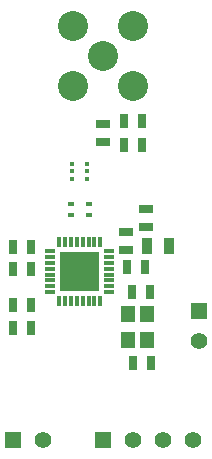
<source format=gts>
G04 (created by PCBNEW (2013-07-24 BZR 4024)-stable) date Sat 15 Feb 2014 11:51:40 AM NZDT*
%MOIN*%
G04 Gerber Fmt 3.4, Leading zero omitted, Abs format*
%FSLAX34Y34*%
G01*
G70*
G90*
G04 APERTURE LIST*
%ADD10C,0.00590551*%
%ADD11R,0.0236X0.0157*%
%ADD12R,0.035X0.055*%
%ADD13R,0.025X0.045*%
%ADD14R,0.045X0.025*%
%ADD15C,0.1*%
%ADD16R,0.015748X0.011811*%
%ADD17R,0.037874X0.017874*%
%ADD18R,0.017874X0.037874*%
%ADD19R,0.0708661X0.0708661*%
%ADD20R,0.0472441X0.0551181*%
%ADD21R,0.055X0.055*%
%ADD22C,0.055*%
G04 APERTURE END LIST*
G54D10*
G54D11*
X24606Y-29802D03*
X24606Y-29448D03*
G54D12*
X27304Y-30826D03*
X26554Y-30826D03*
G54D13*
X22101Y-31614D03*
X22701Y-31614D03*
X25881Y-31535D03*
X26481Y-31535D03*
G54D14*
X25866Y-30969D03*
X25866Y-30369D03*
G54D13*
X26077Y-34724D03*
X26677Y-34724D03*
X26060Y-32380D03*
X26660Y-32380D03*
X25782Y-27460D03*
X26382Y-27460D03*
X22101Y-32795D03*
X22701Y-32795D03*
G54D14*
X25098Y-27366D03*
X25098Y-26766D03*
G54D13*
X22101Y-30866D03*
X22701Y-30866D03*
X22101Y-33582D03*
X22701Y-33582D03*
G54D11*
X24015Y-29802D03*
X24015Y-29448D03*
G54D13*
X25782Y-26673D03*
X26382Y-26673D03*
G54D15*
X25100Y-24500D03*
X26100Y-23500D03*
X24100Y-23500D03*
X24100Y-25500D03*
X26100Y-25500D03*
G54D16*
X24557Y-28602D03*
X24557Y-28346D03*
X24557Y-28090D03*
X24064Y-28602D03*
X24064Y-28346D03*
X24064Y-28090D03*
G54D17*
X25295Y-31200D03*
X25295Y-31397D03*
X25295Y-31594D03*
X25295Y-31003D03*
G54D18*
X25000Y-30708D03*
X24803Y-30708D03*
X24606Y-30708D03*
X24409Y-30708D03*
X24213Y-30708D03*
X24016Y-30708D03*
X23819Y-30708D03*
X23622Y-30708D03*
G54D17*
X23327Y-32381D03*
X23327Y-31003D03*
X23327Y-31200D03*
X23327Y-31397D03*
X23327Y-31594D03*
X23327Y-31790D03*
X23327Y-31987D03*
X23327Y-32184D03*
G54D18*
X23622Y-32676D03*
X23819Y-32676D03*
X24016Y-32676D03*
X24213Y-32676D03*
X24409Y-32676D03*
X24606Y-32676D03*
X24803Y-32676D03*
X25000Y-32676D03*
G54D17*
X25295Y-32381D03*
X25295Y-32184D03*
X25295Y-31987D03*
X25295Y-31790D03*
G54D19*
X24625Y-31377D03*
X24625Y-32007D03*
X23996Y-31377D03*
X23996Y-32007D03*
G54D14*
X26535Y-30221D03*
X26535Y-29621D03*
G54D20*
X25925Y-33096D03*
X25925Y-33963D03*
X26554Y-33096D03*
X26554Y-33963D03*
G54D21*
X25100Y-37300D03*
G54D22*
X26100Y-37300D03*
X27100Y-37300D03*
X28100Y-37300D03*
G54D21*
X28300Y-33000D03*
G54D22*
X28300Y-34000D03*
G54D21*
X22100Y-37300D03*
G54D22*
X23100Y-37300D03*
M02*

</source>
